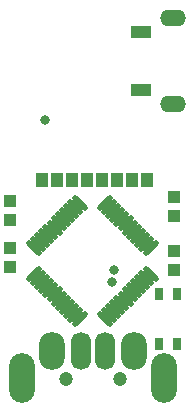
<source format=gts>
G04 Layer_Color=7286632*
%FSLAX25Y25*%
%MOIN*%
G70*
G01*
G75*
%ADD40R,0.03950X0.03950*%
G04:AMPARAMS|DCode=41|XSize=67.06mil|YSize=19.81mil|CornerRadius=0mil|HoleSize=0mil|Usage=FLASHONLY|Rotation=45.000|XOffset=0mil|YOffset=0mil|HoleType=Round|Shape=Round|*
%AMOVALD41*
21,1,0.04724,0.01981,0.00000,0.00000,45.0*
1,1,0.01981,-0.01670,-0.01670*
1,1,0.01981,0.01670,0.01670*
%
%ADD41OVALD41*%

G04:AMPARAMS|DCode=42|XSize=67.06mil|YSize=19.81mil|CornerRadius=0mil|HoleSize=0mil|Usage=FLASHONLY|Rotation=135.000|XOffset=0mil|YOffset=0mil|HoleType=Round|Shape=Round|*
%AMOVALD42*
21,1,0.04724,0.01981,0.00000,0.00000,135.0*
1,1,0.01981,0.01670,-0.01670*
1,1,0.01981,-0.01670,0.01670*
%
%ADD42OVALD42*%

%ADD43R,0.04001X0.04737*%
%ADD44R,0.03162X0.03950*%
%ADD45O,0.08674X0.05524*%
%ADD46R,0.06706X0.03950*%
%ADD47O,0.06706X0.12611*%
%ADD48O,0.08674X0.12611*%
%ADD49O,0.08674X0.16548*%
%ADD50C,0.03200*%
%ADD51C,0.04737*%
D40*
X6400Y71950D02*
D03*
Y65650D02*
D03*
Y50001D02*
D03*
Y56300D02*
D03*
X61000Y55150D02*
D03*
Y48850D02*
D03*
Y73150D02*
D03*
Y66850D02*
D03*
D41*
X37822Y71340D02*
D03*
X39215Y69949D02*
D03*
X40606Y68557D02*
D03*
X41998Y67165D02*
D03*
X43390Y65773D02*
D03*
X44782Y64381D02*
D03*
X46174Y62989D02*
D03*
X47566Y61597D02*
D03*
X48958Y60205D02*
D03*
X50350Y58813D02*
D03*
X51742Y57421D02*
D03*
X53134Y56029D02*
D03*
X29471Y32367D02*
D03*
X28078Y33758D02*
D03*
X26686Y35151D02*
D03*
X25294Y36542D02*
D03*
X23903Y37935D02*
D03*
X22510Y39326D02*
D03*
X21119Y40718D02*
D03*
X19727Y42110D02*
D03*
X18335Y43502D02*
D03*
X16943Y44894D02*
D03*
X15551Y46286D02*
D03*
X14159Y47678D02*
D03*
D42*
X53133Y47678D02*
D03*
X51742Y46285D02*
D03*
X50349Y44894D02*
D03*
X48958Y43502D02*
D03*
X47565Y42110D02*
D03*
X46174Y40718D02*
D03*
X44781Y39326D02*
D03*
X43390Y37934D02*
D03*
X41998Y36542D02*
D03*
X40606Y35150D02*
D03*
X39214Y33758D02*
D03*
X37822Y32366D02*
D03*
X14160Y56029D02*
D03*
X15551Y57422D02*
D03*
X16943Y58813D02*
D03*
X18335Y60206D02*
D03*
X19727Y61597D02*
D03*
X21119Y62990D02*
D03*
X22511Y64381D02*
D03*
X23903Y65773D02*
D03*
X25295Y67165D02*
D03*
X26687Y68557D02*
D03*
X28079Y69949D02*
D03*
X29471Y71341D02*
D03*
D43*
X52000Y79000D02*
D03*
X47000D02*
D03*
X42000D02*
D03*
X37000D02*
D03*
X32000D02*
D03*
X27000D02*
D03*
X22000D02*
D03*
X17000D02*
D03*
D44*
X61953Y24232D02*
D03*
X56047D02*
D03*
X61953Y40768D02*
D03*
X56047D02*
D03*
D45*
X60433Y104276D02*
D03*
Y132819D02*
D03*
D46*
X50000Y109000D02*
D03*
Y128094D02*
D03*
D47*
X30000Y22000D02*
D03*
X37874D02*
D03*
D48*
X47717D02*
D03*
X20157D02*
D03*
D49*
X57559Y12748D02*
D03*
X10315D02*
D03*
D50*
X41000Y48700D02*
D03*
X18000Y98900D02*
D03*
X40300Y44800D02*
D03*
D51*
X25079Y12551D02*
D03*
X42795D02*
D03*
M02*

</source>
